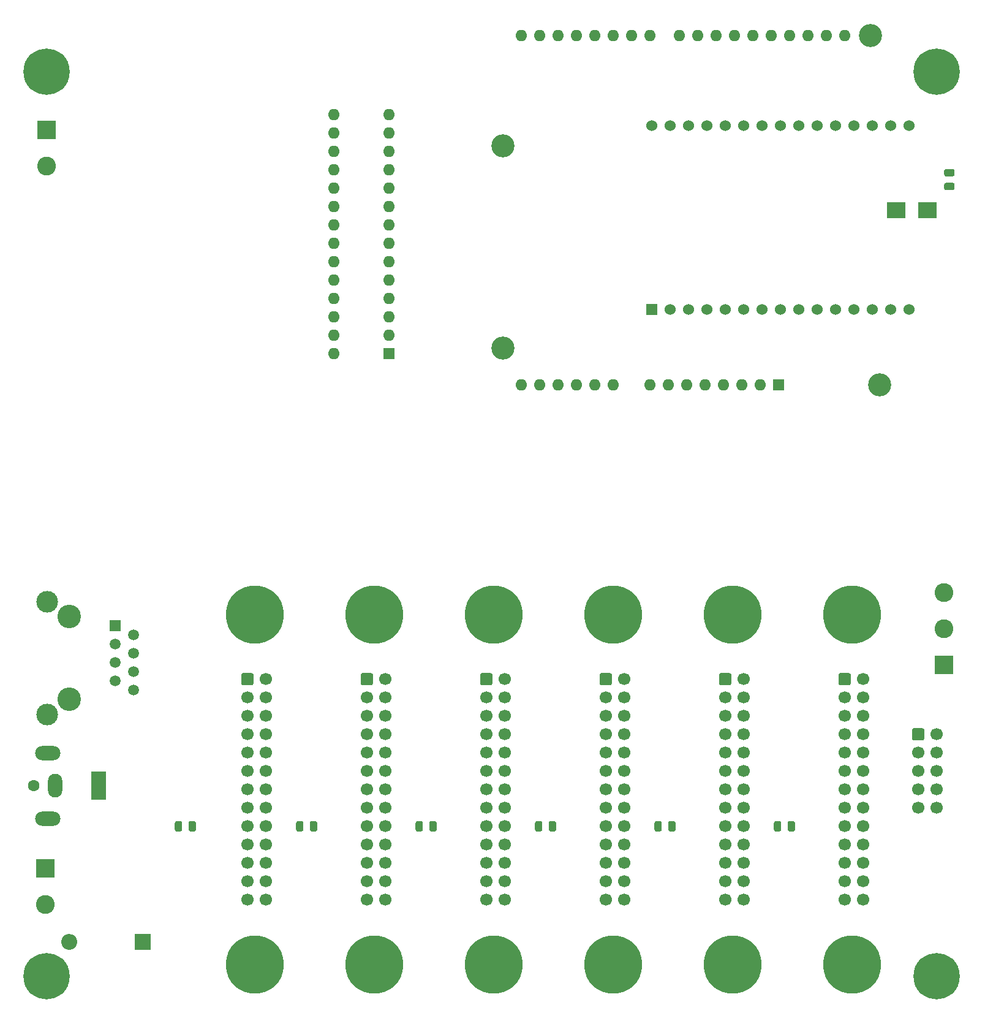
<source format=gbr>
%TF.GenerationSoftware,KiCad,Pcbnew,(5.1.8)-1*%
%TF.CreationDate,2020-12-05T14:01:19+04:00*%
%TF.ProjectId,6dof_controller,36646f66-5f63-46f6-9e74-726f6c6c6572,ver 1.0*%
%TF.SameCoordinates,Original*%
%TF.FileFunction,Soldermask,Bot*%
%TF.FilePolarity,Negative*%
%FSLAX46Y46*%
G04 Gerber Fmt 4.6, Leading zero omitted, Abs format (unit mm)*
G04 Created by KiCad (PCBNEW (5.1.8)-1) date 2020-12-05 14:01:19*
%MOMM*%
%LPD*%
G01*
G04 APERTURE LIST*
%ADD10C,1.600000*%
%ADD11O,3.500000X2.000000*%
%ADD12O,2.000000X3.300000*%
%ADD13R,2.000000X4.000000*%
%ADD14C,2.600000*%
%ADD15R,2.600000X2.600000*%
%ADD16C,3.200000*%
%ADD17O,1.600000X1.600000*%
%ADD18R,1.600000X1.600000*%
%ADD19C,1.700000*%
%ADD20C,1.524000*%
%ADD21R,1.524000X1.524000*%
%ADD22R,2.500000X2.300000*%
%ADD23R,2.200000X2.200000*%
%ADD24O,2.200000X2.200000*%
%ADD25C,6.400000*%
%ADD26C,3.250000*%
%ADD27C,3.000000*%
%ADD28C,1.500000*%
%ADD29R,1.500000X1.500000*%
%ADD30C,8.000000*%
G04 APERTURE END LIST*
D10*
%TO.C,J2*%
X113174000Y-121666000D03*
D11*
X115174000Y-126166000D03*
X115174000Y-117166000D03*
D12*
X116174000Y-121666000D03*
D13*
X122174000Y-121666000D03*
%TD*%
%TO.C,C14*%
G36*
G01*
X200022000Y-126779000D02*
X200022000Y-127729000D01*
G75*
G02*
X199772000Y-127979000I-250000J0D01*
G01*
X199272000Y-127979000D01*
G75*
G02*
X199022000Y-127729000I0J250000D01*
G01*
X199022000Y-126779000D01*
G75*
G02*
X199272000Y-126529000I250000J0D01*
G01*
X199772000Y-126529000D01*
G75*
G02*
X200022000Y-126779000I0J-250000D01*
G01*
G37*
G36*
G01*
X201922000Y-126779000D02*
X201922000Y-127729000D01*
G75*
G02*
X201672000Y-127979000I-250000J0D01*
G01*
X201172000Y-127979000D01*
G75*
G02*
X200922000Y-127729000I0J250000D01*
G01*
X200922000Y-126779000D01*
G75*
G02*
X201172000Y-126529000I250000J0D01*
G01*
X201672000Y-126529000D01*
G75*
G02*
X201922000Y-126779000I0J-250000D01*
G01*
G37*
%TD*%
%TO.C,C12*%
G36*
G01*
X216532000Y-126779000D02*
X216532000Y-127729000D01*
G75*
G02*
X216282000Y-127979000I-250000J0D01*
G01*
X215782000Y-127979000D01*
G75*
G02*
X215532000Y-127729000I0J250000D01*
G01*
X215532000Y-126779000D01*
G75*
G02*
X215782000Y-126529000I250000J0D01*
G01*
X216282000Y-126529000D01*
G75*
G02*
X216532000Y-126779000I0J-250000D01*
G01*
G37*
G36*
G01*
X218432000Y-126779000D02*
X218432000Y-127729000D01*
G75*
G02*
X218182000Y-127979000I-250000J0D01*
G01*
X217682000Y-127979000D01*
G75*
G02*
X217432000Y-127729000I0J250000D01*
G01*
X217432000Y-126779000D01*
G75*
G02*
X217682000Y-126529000I250000J0D01*
G01*
X218182000Y-126529000D01*
G75*
G02*
X218432000Y-126779000I0J-250000D01*
G01*
G37*
%TD*%
%TO.C,C10*%
G36*
G01*
X183512000Y-126779000D02*
X183512000Y-127729000D01*
G75*
G02*
X183262000Y-127979000I-250000J0D01*
G01*
X182762000Y-127979000D01*
G75*
G02*
X182512000Y-127729000I0J250000D01*
G01*
X182512000Y-126779000D01*
G75*
G02*
X182762000Y-126529000I250000J0D01*
G01*
X183262000Y-126529000D01*
G75*
G02*
X183512000Y-126779000I0J-250000D01*
G01*
G37*
G36*
G01*
X185412000Y-126779000D02*
X185412000Y-127729000D01*
G75*
G02*
X185162000Y-127979000I-250000J0D01*
G01*
X184662000Y-127979000D01*
G75*
G02*
X184412000Y-127729000I0J250000D01*
G01*
X184412000Y-126779000D01*
G75*
G02*
X184662000Y-126529000I250000J0D01*
G01*
X185162000Y-126529000D01*
G75*
G02*
X185412000Y-126779000I0J-250000D01*
G01*
G37*
%TD*%
%TO.C,C8*%
G36*
G01*
X150492000Y-126779000D02*
X150492000Y-127729000D01*
G75*
G02*
X150242000Y-127979000I-250000J0D01*
G01*
X149742000Y-127979000D01*
G75*
G02*
X149492000Y-127729000I0J250000D01*
G01*
X149492000Y-126779000D01*
G75*
G02*
X149742000Y-126529000I250000J0D01*
G01*
X150242000Y-126529000D01*
G75*
G02*
X150492000Y-126779000I0J-250000D01*
G01*
G37*
G36*
G01*
X152392000Y-126779000D02*
X152392000Y-127729000D01*
G75*
G02*
X152142000Y-127979000I-250000J0D01*
G01*
X151642000Y-127979000D01*
G75*
G02*
X151392000Y-127729000I0J250000D01*
G01*
X151392000Y-126779000D01*
G75*
G02*
X151642000Y-126529000I250000J0D01*
G01*
X152142000Y-126529000D01*
G75*
G02*
X152392000Y-126779000I0J-250000D01*
G01*
G37*
%TD*%
%TO.C,C6*%
G36*
G01*
X167002000Y-126779000D02*
X167002000Y-127729000D01*
G75*
G02*
X166752000Y-127979000I-250000J0D01*
G01*
X166252000Y-127979000D01*
G75*
G02*
X166002000Y-127729000I0J250000D01*
G01*
X166002000Y-126779000D01*
G75*
G02*
X166252000Y-126529000I250000J0D01*
G01*
X166752000Y-126529000D01*
G75*
G02*
X167002000Y-126779000I0J-250000D01*
G01*
G37*
G36*
G01*
X168902000Y-126779000D02*
X168902000Y-127729000D01*
G75*
G02*
X168652000Y-127979000I-250000J0D01*
G01*
X168152000Y-127979000D01*
G75*
G02*
X167902000Y-127729000I0J250000D01*
G01*
X167902000Y-126779000D01*
G75*
G02*
X168152000Y-126529000I250000J0D01*
G01*
X168652000Y-126529000D01*
G75*
G02*
X168902000Y-126779000I0J-250000D01*
G01*
G37*
%TD*%
%TO.C,C4*%
G36*
G01*
X133728000Y-126779000D02*
X133728000Y-127729000D01*
G75*
G02*
X133478000Y-127979000I-250000J0D01*
G01*
X132978000Y-127979000D01*
G75*
G02*
X132728000Y-127729000I0J250000D01*
G01*
X132728000Y-126779000D01*
G75*
G02*
X132978000Y-126529000I250000J0D01*
G01*
X133478000Y-126529000D01*
G75*
G02*
X133728000Y-126779000I0J-250000D01*
G01*
G37*
G36*
G01*
X135628000Y-126779000D02*
X135628000Y-127729000D01*
G75*
G02*
X135378000Y-127979000I-250000J0D01*
G01*
X134878000Y-127979000D01*
G75*
G02*
X134628000Y-127729000I0J250000D01*
G01*
X134628000Y-126779000D01*
G75*
G02*
X134878000Y-126529000I250000J0D01*
G01*
X135378000Y-126529000D01*
G75*
G02*
X135628000Y-126779000I0J-250000D01*
G01*
G37*
%TD*%
%TO.C,C16*%
G36*
G01*
X240251000Y-37462000D02*
X239301000Y-37462000D01*
G75*
G02*
X239051000Y-37212000I0J250000D01*
G01*
X239051000Y-36712000D01*
G75*
G02*
X239301000Y-36462000I250000J0D01*
G01*
X240251000Y-36462000D01*
G75*
G02*
X240501000Y-36712000I0J-250000D01*
G01*
X240501000Y-37212000D01*
G75*
G02*
X240251000Y-37462000I-250000J0D01*
G01*
G37*
G36*
G01*
X240251000Y-39362000D02*
X239301000Y-39362000D01*
G75*
G02*
X239051000Y-39112000I0J250000D01*
G01*
X239051000Y-38612000D01*
G75*
G02*
X239301000Y-38362000I250000J0D01*
G01*
X240251000Y-38362000D01*
G75*
G02*
X240501000Y-38612000I0J-250000D01*
G01*
X240501000Y-39112000D01*
G75*
G02*
X240251000Y-39362000I-250000J0D01*
G01*
G37*
%TD*%
D14*
%TO.C,\u002AJ2*%
X115000000Y-36000000D03*
D15*
X115000000Y-31000000D03*
%TD*%
D16*
%TO.C,\u002AXA1*%
X178054000Y-61214000D03*
X178054000Y-33274000D03*
X228854000Y-18034000D03*
X230124000Y-66294000D03*
D17*
X183134000Y-18034000D03*
X180594000Y-18034000D03*
X220214000Y-18034000D03*
X180594000Y-66294000D03*
X217674000Y-18034000D03*
X183134000Y-66294000D03*
X215134000Y-18034000D03*
X185674000Y-66294000D03*
X212594000Y-18034000D03*
X188214000Y-66294000D03*
X210054000Y-18034000D03*
X190754000Y-66294000D03*
X207514000Y-18034000D03*
X193294000Y-66294000D03*
X204974000Y-18034000D03*
X198374000Y-66294000D03*
X202434000Y-18034000D03*
X200914000Y-66294000D03*
X198374000Y-18034000D03*
X203454000Y-66294000D03*
X195834000Y-18034000D03*
X205994000Y-66294000D03*
X193294000Y-18034000D03*
X208534000Y-66294000D03*
X190754000Y-18034000D03*
X211074000Y-66294000D03*
X188214000Y-18034000D03*
X213614000Y-66294000D03*
X185674000Y-18034000D03*
D18*
X216154000Y-66294000D03*
D17*
X222754000Y-18034000D03*
X225294000Y-18034000D03*
%TD*%
%TO.C,U2*%
X154686000Y-61976000D03*
X162306000Y-28956000D03*
X154686000Y-59436000D03*
X162306000Y-31496000D03*
X154686000Y-56896000D03*
X162306000Y-34036000D03*
X154686000Y-54356000D03*
X162306000Y-36576000D03*
X154686000Y-51816000D03*
X162306000Y-39116000D03*
X154686000Y-49276000D03*
X162306000Y-41656000D03*
X154686000Y-46736000D03*
X162306000Y-44196000D03*
X154686000Y-44196000D03*
X162306000Y-46736000D03*
X154686000Y-41656000D03*
X162306000Y-49276000D03*
X154686000Y-39116000D03*
X162306000Y-51816000D03*
X154686000Y-36576000D03*
X162306000Y-54356000D03*
X154686000Y-34036000D03*
X162306000Y-56896000D03*
X154686000Y-31496000D03*
X162306000Y-59436000D03*
X154686000Y-28956000D03*
D18*
X162306000Y-61976000D03*
%TD*%
%TO.C,\u002AJ3*%
G36*
G01*
X234608000Y-115154000D02*
X234608000Y-113954000D01*
G75*
G02*
X234858000Y-113704000I250000J0D01*
G01*
X236058000Y-113704000D01*
G75*
G02*
X236308000Y-113954000I0J-250000D01*
G01*
X236308000Y-115154000D01*
G75*
G02*
X236058000Y-115404000I-250000J0D01*
G01*
X234858000Y-115404000D01*
G75*
G02*
X234608000Y-115154000I0J250000D01*
G01*
G37*
D19*
X235458000Y-117094000D03*
X235458000Y-119634000D03*
X235458000Y-122174000D03*
X235458000Y-124714000D03*
X237998000Y-114554000D03*
X237998000Y-117094000D03*
X237998000Y-119634000D03*
X237998000Y-122174000D03*
X237998000Y-124714000D03*
%TD*%
D20*
%TO.C,U1*%
X198628000Y-30480000D03*
X201168000Y-30480000D03*
X203708000Y-30480000D03*
X206248000Y-30480000D03*
X208788000Y-30480000D03*
X211328000Y-30480000D03*
X213868000Y-30480000D03*
X216408000Y-30480000D03*
X218948000Y-30480000D03*
X221488000Y-30480000D03*
X224028000Y-30480000D03*
X226568000Y-30480000D03*
X229108000Y-30480000D03*
X231648000Y-30480000D03*
X234188000Y-30480000D03*
X234188000Y-55880000D03*
X231648000Y-55880000D03*
X229108000Y-55880000D03*
X226568000Y-55880000D03*
X224028000Y-55880000D03*
X221488000Y-55880000D03*
X218948000Y-55880000D03*
X216408000Y-55880000D03*
X213868000Y-55880000D03*
X211328000Y-55880000D03*
X208788000Y-55880000D03*
X206248000Y-55880000D03*
X203708000Y-55880000D03*
X201168000Y-55880000D03*
D21*
X198628000Y-55880000D03*
%TD*%
D22*
%TO.C,\u002AD3*%
X236728000Y-42164000D03*
X232428000Y-42164000D03*
%TD*%
D23*
%TO.C,D1*%
X128270000Y-143256000D03*
D24*
X118110000Y-143256000D03*
%TD*%
D25*
%TO.C,H1*%
X238000000Y-23000000D03*
%TD*%
%TO.C,H2*%
X115000000Y-23000000D03*
%TD*%
%TO.C,H3*%
X238000000Y-148000000D03*
%TD*%
%TO.C,H4*%
X115000000Y-148000000D03*
%TD*%
D15*
%TO.C,J1*%
X239014000Y-104996000D03*
D14*
X239014000Y-99996000D03*
X239014000Y-94996000D03*
%TD*%
D15*
%TO.C,\u002AJ1*%
X114808000Y-133096000D03*
D14*
X114808000Y-138096000D03*
%TD*%
D26*
%TO.C,J3*%
X118110000Y-109728000D03*
D27*
X115060000Y-111783000D03*
D26*
X118110000Y-98298000D03*
D28*
X124460000Y-102108000D03*
X124460000Y-104648000D03*
X127000000Y-103378000D03*
X124460000Y-107188000D03*
D29*
X124460000Y-99568000D03*
D28*
X127000000Y-100838000D03*
D27*
X115060000Y-96243000D03*
D28*
X127000000Y-108458000D03*
X127000000Y-105918000D03*
%TD*%
D30*
%TO.C,J4*%
X226318000Y-146354000D03*
X226318000Y-97994000D03*
D19*
X227838000Y-137414000D03*
X227838000Y-134874000D03*
X227838000Y-132334000D03*
X227838000Y-129794000D03*
X227838000Y-127254000D03*
X227838000Y-124714000D03*
X227838000Y-122174000D03*
X227838000Y-119634000D03*
X227838000Y-117094000D03*
X227838000Y-114554000D03*
X227838000Y-112014000D03*
X227838000Y-109474000D03*
X227838000Y-106934000D03*
X225298000Y-137414000D03*
X225298000Y-134874000D03*
X225298000Y-132334000D03*
X225298000Y-129794000D03*
X225298000Y-127254000D03*
X225298000Y-124714000D03*
X225298000Y-122174000D03*
X225298000Y-119634000D03*
X225298000Y-117094000D03*
X225298000Y-114554000D03*
X225298000Y-112014000D03*
X225298000Y-109474000D03*
G36*
G01*
X224448000Y-107534000D02*
X224448000Y-106334000D01*
G75*
G02*
X224698000Y-106084000I250000J0D01*
G01*
X225898000Y-106084000D01*
G75*
G02*
X226148000Y-106334000I0J-250000D01*
G01*
X226148000Y-107534000D01*
G75*
G02*
X225898000Y-107784000I-250000J0D01*
G01*
X224698000Y-107784000D01*
G75*
G02*
X224448000Y-107534000I0J250000D01*
G01*
G37*
%TD*%
%TO.C,J7*%
G36*
G01*
X207938000Y-107534000D02*
X207938000Y-106334000D01*
G75*
G02*
X208188000Y-106084000I250000J0D01*
G01*
X209388000Y-106084000D01*
G75*
G02*
X209638000Y-106334000I0J-250000D01*
G01*
X209638000Y-107534000D01*
G75*
G02*
X209388000Y-107784000I-250000J0D01*
G01*
X208188000Y-107784000D01*
G75*
G02*
X207938000Y-107534000I0J250000D01*
G01*
G37*
X208788000Y-109474000D03*
X208788000Y-112014000D03*
X208788000Y-114554000D03*
X208788000Y-117094000D03*
X208788000Y-119634000D03*
X208788000Y-122174000D03*
X208788000Y-124714000D03*
X208788000Y-127254000D03*
X208788000Y-129794000D03*
X208788000Y-132334000D03*
X208788000Y-134874000D03*
X208788000Y-137414000D03*
X211328000Y-106934000D03*
X211328000Y-109474000D03*
X211328000Y-112014000D03*
X211328000Y-114554000D03*
X211328000Y-117094000D03*
X211328000Y-119634000D03*
X211328000Y-122174000D03*
X211328000Y-124714000D03*
X211328000Y-127254000D03*
X211328000Y-129794000D03*
X211328000Y-132334000D03*
X211328000Y-134874000D03*
X211328000Y-137414000D03*
D30*
X209808000Y-97994000D03*
X209808000Y-146354000D03*
%TD*%
%TO.C,J5*%
X193298000Y-146354000D03*
X193298000Y-97994000D03*
D19*
X194818000Y-137414000D03*
X194818000Y-134874000D03*
X194818000Y-132334000D03*
X194818000Y-129794000D03*
X194818000Y-127254000D03*
X194818000Y-124714000D03*
X194818000Y-122174000D03*
X194818000Y-119634000D03*
X194818000Y-117094000D03*
X194818000Y-114554000D03*
X194818000Y-112014000D03*
X194818000Y-109474000D03*
X194818000Y-106934000D03*
X192278000Y-137414000D03*
X192278000Y-134874000D03*
X192278000Y-132334000D03*
X192278000Y-129794000D03*
X192278000Y-127254000D03*
X192278000Y-124714000D03*
X192278000Y-122174000D03*
X192278000Y-119634000D03*
X192278000Y-117094000D03*
X192278000Y-114554000D03*
X192278000Y-112014000D03*
X192278000Y-109474000D03*
G36*
G01*
X191428000Y-107534000D02*
X191428000Y-106334000D01*
G75*
G02*
X191678000Y-106084000I250000J0D01*
G01*
X192878000Y-106084000D01*
G75*
G02*
X193128000Y-106334000I0J-250000D01*
G01*
X193128000Y-107534000D01*
G75*
G02*
X192878000Y-107784000I-250000J0D01*
G01*
X191678000Y-107784000D01*
G75*
G02*
X191428000Y-107534000I0J250000D01*
G01*
G37*
%TD*%
D30*
%TO.C,J8*%
X176788000Y-146354000D03*
X176788000Y-97994000D03*
D19*
X178308000Y-137414000D03*
X178308000Y-134874000D03*
X178308000Y-132334000D03*
X178308000Y-129794000D03*
X178308000Y-127254000D03*
X178308000Y-124714000D03*
X178308000Y-122174000D03*
X178308000Y-119634000D03*
X178308000Y-117094000D03*
X178308000Y-114554000D03*
X178308000Y-112014000D03*
X178308000Y-109474000D03*
X178308000Y-106934000D03*
X175768000Y-137414000D03*
X175768000Y-134874000D03*
X175768000Y-132334000D03*
X175768000Y-129794000D03*
X175768000Y-127254000D03*
X175768000Y-124714000D03*
X175768000Y-122174000D03*
X175768000Y-119634000D03*
X175768000Y-117094000D03*
X175768000Y-114554000D03*
X175768000Y-112014000D03*
X175768000Y-109474000D03*
G36*
G01*
X174918000Y-107534000D02*
X174918000Y-106334000D01*
G75*
G02*
X175168000Y-106084000I250000J0D01*
G01*
X176368000Y-106084000D01*
G75*
G02*
X176618000Y-106334000I0J-250000D01*
G01*
X176618000Y-107534000D01*
G75*
G02*
X176368000Y-107784000I-250000J0D01*
G01*
X175168000Y-107784000D01*
G75*
G02*
X174918000Y-107534000I0J250000D01*
G01*
G37*
%TD*%
%TO.C,J6*%
G36*
G01*
X158408000Y-107534000D02*
X158408000Y-106334000D01*
G75*
G02*
X158658000Y-106084000I250000J0D01*
G01*
X159858000Y-106084000D01*
G75*
G02*
X160108000Y-106334000I0J-250000D01*
G01*
X160108000Y-107534000D01*
G75*
G02*
X159858000Y-107784000I-250000J0D01*
G01*
X158658000Y-107784000D01*
G75*
G02*
X158408000Y-107534000I0J250000D01*
G01*
G37*
X159258000Y-109474000D03*
X159258000Y-112014000D03*
X159258000Y-114554000D03*
X159258000Y-117094000D03*
X159258000Y-119634000D03*
X159258000Y-122174000D03*
X159258000Y-124714000D03*
X159258000Y-127254000D03*
X159258000Y-129794000D03*
X159258000Y-132334000D03*
X159258000Y-134874000D03*
X159258000Y-137414000D03*
X161798000Y-106934000D03*
X161798000Y-109474000D03*
X161798000Y-112014000D03*
X161798000Y-114554000D03*
X161798000Y-117094000D03*
X161798000Y-119634000D03*
X161798000Y-122174000D03*
X161798000Y-124714000D03*
X161798000Y-127254000D03*
X161798000Y-129794000D03*
X161798000Y-132334000D03*
X161798000Y-134874000D03*
X161798000Y-137414000D03*
D30*
X160278000Y-97994000D03*
X160278000Y-146354000D03*
%TD*%
%TO.C,J9*%
G36*
G01*
X141898000Y-107534000D02*
X141898000Y-106334000D01*
G75*
G02*
X142148000Y-106084000I250000J0D01*
G01*
X143348000Y-106084000D01*
G75*
G02*
X143598000Y-106334000I0J-250000D01*
G01*
X143598000Y-107534000D01*
G75*
G02*
X143348000Y-107784000I-250000J0D01*
G01*
X142148000Y-107784000D01*
G75*
G02*
X141898000Y-107534000I0J250000D01*
G01*
G37*
D19*
X142748000Y-109474000D03*
X142748000Y-112014000D03*
X142748000Y-114554000D03*
X142748000Y-117094000D03*
X142748000Y-119634000D03*
X142748000Y-122174000D03*
X142748000Y-124714000D03*
X142748000Y-127254000D03*
X142748000Y-129794000D03*
X142748000Y-132334000D03*
X142748000Y-134874000D03*
X142748000Y-137414000D03*
X145288000Y-106934000D03*
X145288000Y-109474000D03*
X145288000Y-112014000D03*
X145288000Y-114554000D03*
X145288000Y-117094000D03*
X145288000Y-119634000D03*
X145288000Y-122174000D03*
X145288000Y-124714000D03*
X145288000Y-127254000D03*
X145288000Y-129794000D03*
X145288000Y-132334000D03*
X145288000Y-134874000D03*
X145288000Y-137414000D03*
D30*
X143768000Y-97994000D03*
X143768000Y-146354000D03*
%TD*%
M02*

</source>
